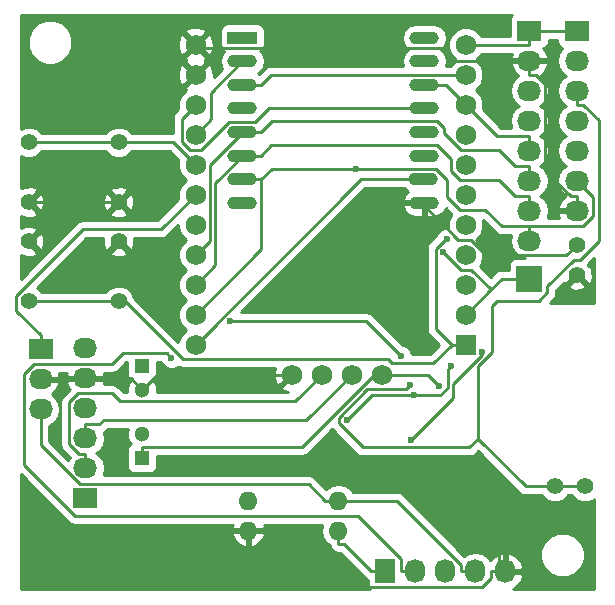
<source format=gbl>
G04 #@! TF.FileFunction,Copper,L2,Bot,Signal*
%FSLAX46Y46*%
G04 Gerber Fmt 4.6, Leading zero omitted, Abs format (unit mm)*
G04 Created by KiCad (PCBNEW (2015-08-08 BZR 6073)-product) date Wed 19 Aug 2015 12:39:56 CEST*
%MOMM*%
G01*
G04 APERTURE LIST*
%ADD10C,0.100000*%
%ADD11R,2.032000X1.727200*%
%ADD12O,2.032000X1.727200*%
%ADD13C,1.397000*%
%ADD14O,1.600000X1.600000*%
%ADD15R,2.500000X1.100000*%
%ADD16O,2.500000X1.100000*%
%ADD17R,1.727200X1.727200*%
%ADD18C,1.727200*%
%ADD19R,1.300000X1.300000*%
%ADD20C,1.300000*%
%ADD21R,1.727200X2.032000*%
%ADD22O,1.727200X2.032000*%
%ADD23R,2.235200X2.235200*%
%ADD24C,0.600000*%
%ADD25C,0.250000*%
%ADD26C,0.254000*%
G04 APERTURE END LIST*
D10*
D11*
X63800000Y-32000000D03*
D12*
X63800000Y-34540000D03*
X63800000Y-37080000D03*
X63800000Y-39620000D03*
X63800000Y-42160000D03*
X63800000Y-44700000D03*
X63800000Y-47240000D03*
X63800000Y-49780000D03*
D11*
X67800000Y-32000000D03*
D12*
X67800000Y-34540000D03*
X67800000Y-37080000D03*
X67800000Y-39620000D03*
X67800000Y-42160000D03*
X67800000Y-44700000D03*
X67800000Y-47240000D03*
D11*
X22400000Y-59000000D03*
D12*
X22400000Y-61540000D03*
X22400000Y-64080000D03*
D11*
X26200000Y-71600000D03*
D12*
X26200000Y-69060000D03*
X26200000Y-66520000D03*
X26200000Y-63980000D03*
X26200000Y-61440000D03*
X26200000Y-58900000D03*
D13*
X21390000Y-54940000D03*
X21390000Y-49860000D03*
X29010000Y-54940000D03*
X29010000Y-49860000D03*
X29010000Y-41460000D03*
X29010000Y-46540000D03*
X21390000Y-41460000D03*
X21390000Y-46540000D03*
D14*
X40000000Y-71800000D03*
X40000000Y-74340000D03*
X47620000Y-74340000D03*
X47620000Y-71800000D03*
D15*
X39500000Y-32600000D03*
D16*
X39500000Y-34600000D03*
X39500000Y-36600000D03*
X39500000Y-38600000D03*
X39500000Y-40600000D03*
X39500000Y-42600000D03*
X39500000Y-44600000D03*
X39500000Y-46600000D03*
X54900000Y-46600000D03*
X54800000Y-44600000D03*
X54900000Y-42600000D03*
X54900000Y-40600000D03*
X54900000Y-38600000D03*
X54900000Y-36600000D03*
X54900000Y-34600000D03*
X54900000Y-32600000D03*
D17*
X58400000Y-58600000D03*
D18*
X58400000Y-56060000D03*
X58400000Y-53520000D03*
X58400000Y-50980000D03*
X58400000Y-48440000D03*
X58400000Y-45900000D03*
X58400000Y-43360000D03*
X58400000Y-40820000D03*
X58400000Y-38280000D03*
X58400000Y-35740000D03*
X58400000Y-33200000D03*
X35540000Y-33200000D03*
X35540000Y-35740000D03*
X35540000Y-38280000D03*
X35540000Y-40820000D03*
X35540000Y-43360000D03*
X35540000Y-45900000D03*
X35540000Y-48440000D03*
X35540000Y-50980000D03*
X35540000Y-53520000D03*
X35540000Y-56060000D03*
X35540000Y-58600000D03*
X43668000Y-61140000D03*
X46208000Y-61140000D03*
X48748000Y-61140000D03*
X51288000Y-61140000D03*
D13*
X68470000Y-70600000D03*
X65930000Y-70600000D03*
X67800000Y-52670000D03*
X67800000Y-50130000D03*
D19*
X31000000Y-60400000D03*
D20*
X31000000Y-62400000D03*
D19*
X31000000Y-68200000D03*
D20*
X31000000Y-66200000D03*
D21*
X51600000Y-77800000D03*
D22*
X54140000Y-77800000D03*
X56680000Y-77800000D03*
X59220000Y-77800000D03*
X61760000Y-77800000D03*
D23*
X63800000Y-53000000D03*
D24*
X61450000Y-71606900D03*
X55349300Y-71843200D03*
X56125000Y-62098800D03*
X48345300Y-65000000D03*
X53998200Y-62873000D03*
X57177700Y-60380500D03*
X53691100Y-62049600D03*
X38481000Y-56595200D03*
X52927200Y-59532600D03*
X59763900Y-59195100D03*
X53800000Y-66660800D03*
X49097500Y-43709900D03*
X33480800Y-59732800D03*
X56804300Y-49621600D03*
X56475400Y-50749200D03*
D25*
X32260000Y-61140000D02*
X31000000Y-62400000D01*
X43668000Y-61140000D02*
X32260000Y-61140000D01*
X60571100Y-78320100D02*
X60571100Y-77800000D01*
X59745800Y-79145400D02*
X60571100Y-78320100D01*
X45930700Y-79145400D02*
X59745800Y-79145400D01*
X41125300Y-74340000D02*
X45930700Y-79145400D01*
X40000000Y-74340000D02*
X41125300Y-74340000D01*
X29010000Y-46540000D02*
X21390000Y-46540000D01*
X30040000Y-61440000D02*
X26200000Y-61440000D01*
X31000000Y-62400000D02*
X30040000Y-61440000D01*
X23841300Y-61440000D02*
X23741300Y-61540000D01*
X26200000Y-61440000D02*
X23841300Y-61440000D01*
X22400000Y-61540000D02*
X23741300Y-61540000D01*
X64320100Y-35728900D02*
X63800000Y-35728900D01*
X65151000Y-36559800D02*
X64320100Y-35728900D01*
X65151000Y-43922200D02*
X65151000Y-36559800D01*
X67279900Y-46051100D02*
X65151000Y-43922200D01*
X67800000Y-46051100D02*
X67279900Y-46051100D01*
X67800000Y-47240000D02*
X67800000Y-46051100D01*
X61760000Y-77800000D02*
X61247700Y-77800000D01*
X61247700Y-77800000D02*
X60571100Y-77800000D01*
X63800000Y-34658100D02*
X63800000Y-35728900D01*
X63800000Y-34658100D02*
X63800000Y-34551000D01*
X63800000Y-34540000D02*
X63800000Y-34551000D01*
X35815400Y-33475400D02*
X35540000Y-33200000D01*
X56447500Y-33475400D02*
X35815400Y-33475400D01*
X57523100Y-34551000D02*
X56447500Y-33475400D01*
X63800000Y-34551000D02*
X57523100Y-34551000D01*
X61247700Y-71843200D02*
X55349300Y-71843200D01*
X61247700Y-77800000D02*
X61247700Y-71843200D01*
X61247700Y-71809200D02*
X61450000Y-71606900D01*
X61247700Y-71843200D02*
X61247700Y-71809200D01*
X54667100Y-46600000D02*
X54200000Y-46600000D01*
X57777100Y-49710000D02*
X54667100Y-46600000D01*
X58846800Y-49710000D02*
X57777100Y-49710000D01*
X60153400Y-51016600D02*
X58846800Y-49710000D01*
X66913400Y-51016600D02*
X60153400Y-51016600D01*
X67800000Y-50130000D02*
X66913400Y-51016600D01*
X59220000Y-77800000D02*
X58031100Y-77800000D01*
X52551200Y-71800000D02*
X47620000Y-71800000D01*
X58031100Y-77279900D02*
X52551200Y-71800000D01*
X58031100Y-77800000D02*
X58031100Y-77279900D01*
X22400000Y-67100000D02*
X22400000Y-64080000D01*
X25711000Y-70411000D02*
X22400000Y-67100000D01*
X45105700Y-70411000D02*
X25711000Y-70411000D01*
X46494700Y-71800000D02*
X45105700Y-70411000D01*
X47620000Y-71800000D02*
X46494700Y-71800000D01*
X31000000Y-68200000D02*
X31000000Y-67224700D01*
X63788900Y-33200000D02*
X63800000Y-33188900D01*
X58400000Y-33200000D02*
X63788900Y-33200000D01*
X63800000Y-32000000D02*
X63800000Y-33188900D01*
X55166200Y-61140000D02*
X56125000Y-62098800D01*
X51288000Y-61140000D02*
X55166200Y-61140000D01*
X32603900Y-48836100D02*
X35540000Y-45900000D01*
X25972300Y-48836100D02*
X32603900Y-48836100D01*
X20335400Y-54473000D02*
X25972300Y-48836100D01*
X20335400Y-55746500D02*
X20335400Y-54473000D01*
X22400000Y-57811100D02*
X20335400Y-55746500D01*
X22400000Y-59000000D02*
X22400000Y-57811100D01*
X67800000Y-32000000D02*
X63800000Y-32000000D01*
X41950600Y-35724700D02*
X41075300Y-36600000D01*
X58384700Y-35724700D02*
X41950600Y-35724700D01*
X58400000Y-35740000D02*
X58384700Y-35724700D01*
X40200000Y-36600000D02*
X41075300Y-36600000D01*
X44566400Y-67224700D02*
X31000000Y-67224700D01*
X50651100Y-61140000D02*
X44566400Y-67224700D01*
X51288000Y-61140000D02*
X50651100Y-61140000D01*
X49540000Y-44600000D02*
X54200000Y-44600000D01*
X35540000Y-58600000D02*
X49540000Y-44600000D01*
X50472300Y-62873000D02*
X53998200Y-62873000D01*
X48345300Y-65000000D02*
X50472300Y-62873000D01*
X56862900Y-60695300D02*
X57177700Y-60380500D01*
X56862900Y-62275200D02*
X56862900Y-60695300D01*
X56265100Y-62873000D02*
X56862900Y-62275200D01*
X53998200Y-62873000D02*
X56265100Y-62873000D01*
X68470000Y-70600000D02*
X65930000Y-70600000D01*
X56720000Y-36600000D02*
X54200000Y-36600000D01*
X58400000Y-38280000D02*
X56720000Y-36600000D01*
X61091100Y-40971100D02*
X58400000Y-38280000D01*
X63800000Y-40971100D02*
X61091100Y-40971100D01*
X63800000Y-42160000D02*
X63800000Y-40971100D01*
X67800000Y-37080000D02*
X67800000Y-38268900D01*
X53358400Y-62382300D02*
X53691100Y-62049600D01*
X50045700Y-62382300D02*
X53358400Y-62382300D01*
X47660600Y-64767400D02*
X50045700Y-62382300D01*
X47660600Y-65271100D02*
X47660600Y-64767400D01*
X49675700Y-67286200D02*
X47660600Y-65271100D01*
X58695200Y-67286200D02*
X49675700Y-67286200D01*
X59436200Y-66545200D02*
X58695200Y-67286200D01*
X68320100Y-38268900D02*
X67800000Y-38268900D01*
X69664600Y-39613400D02*
X68320100Y-38268900D01*
X69664600Y-49788100D02*
X69664600Y-39613400D01*
X68052700Y-51400000D02*
X69664600Y-49788100D01*
X67589900Y-51400000D02*
X68052700Y-51400000D01*
X65323600Y-53666300D02*
X67589900Y-51400000D01*
X65323600Y-54178900D02*
X65323600Y-53666300D01*
X64627900Y-54874600D02*
X65323600Y-54178900D01*
X61040200Y-54874600D02*
X64627900Y-54874600D01*
X60614300Y-55300500D02*
X61040200Y-54874600D01*
X60614300Y-59240400D02*
X60614300Y-55300500D01*
X59436200Y-60418500D02*
X60614300Y-59240400D01*
X59436200Y-66545200D02*
X59436200Y-60418500D01*
X63491000Y-70600000D02*
X59436200Y-66545200D01*
X65930000Y-70600000D02*
X63491000Y-70600000D01*
X39555100Y-40600000D02*
X40200000Y-40600000D01*
X36729000Y-43426100D02*
X39555100Y-40600000D01*
X36729000Y-49791000D02*
X36729000Y-43426100D01*
X35540000Y-50980000D02*
X36729000Y-49791000D01*
X40200000Y-40600000D02*
X41075300Y-40600000D01*
X63800000Y-44700000D02*
X63800000Y-43511100D01*
X41988500Y-39686800D02*
X41075300Y-40600000D01*
X55984600Y-39686800D02*
X41988500Y-39686800D01*
X56592200Y-40294400D02*
X55984600Y-39686800D01*
X56592200Y-40697600D02*
X56592200Y-40294400D01*
X57984600Y-42090000D02*
X56592200Y-40697600D01*
X61190000Y-42090000D02*
X57984600Y-42090000D01*
X62611100Y-43511100D02*
X61190000Y-42090000D01*
X63800000Y-43511100D02*
X62611100Y-43511100D01*
X49989800Y-56595200D02*
X52927200Y-59532600D01*
X38481000Y-56595200D02*
X49989800Y-56595200D01*
X39507800Y-42600000D02*
X40200000Y-42600000D01*
X37179300Y-44928500D02*
X39507800Y-42600000D01*
X37179300Y-51880700D02*
X37179300Y-44928500D01*
X35540000Y-53520000D02*
X37179300Y-51880700D01*
X41950600Y-41724700D02*
X41075300Y-42600000D01*
X55989600Y-41724700D02*
X41950600Y-41724700D01*
X57158100Y-42893200D02*
X55989600Y-41724700D01*
X57158100Y-43870200D02*
X57158100Y-42893200D01*
X57917900Y-44630000D02*
X57158100Y-43870200D01*
X61190000Y-44630000D02*
X57917900Y-44630000D01*
X62611100Y-46051100D02*
X61190000Y-44630000D01*
X63800000Y-46051100D02*
X62611100Y-46051100D01*
X63800000Y-47240000D02*
X63800000Y-46051100D01*
X40200000Y-42600000D02*
X41075300Y-42600000D01*
X57313200Y-63147600D02*
X53800000Y-66660800D01*
X57313200Y-61904500D02*
X57313200Y-63147600D01*
X59763900Y-59453800D02*
X57313200Y-61904500D01*
X59763900Y-59195100D02*
X59763900Y-59453800D01*
X68290900Y-48591100D02*
X63800000Y-48591100D01*
X69169500Y-47712500D02*
X68290900Y-48591100D01*
X69169500Y-46069500D02*
X69169500Y-47712500D01*
X67800000Y-44700000D02*
X69169500Y-46069500D01*
X63800000Y-49780000D02*
X63800000Y-48591100D01*
X40200000Y-44600000D02*
X40962700Y-44600000D01*
X41075300Y-50524700D02*
X35540000Y-56060000D01*
X41075300Y-44600100D02*
X41075300Y-50524700D01*
X41075200Y-44600000D02*
X41075300Y-44600100D01*
X40962700Y-44600000D02*
X41075200Y-44600000D01*
X41965500Y-43709900D02*
X49097500Y-43709900D01*
X41075300Y-44600100D02*
X41965500Y-43709900D01*
X61468200Y-48591100D02*
X63800000Y-48591100D01*
X60047100Y-47170000D02*
X61468200Y-48591100D01*
X57900400Y-47170000D02*
X60047100Y-47170000D01*
X56843400Y-46113000D02*
X57900400Y-47170000D01*
X56843400Y-44671000D02*
X56843400Y-46113000D01*
X55882300Y-43709900D02*
X56843400Y-44671000D01*
X49097500Y-43709900D02*
X55882300Y-43709900D01*
X41712900Y-38600000D02*
X54200000Y-38600000D01*
X40588300Y-39724600D02*
X41712900Y-38600000D01*
X38364500Y-39724600D02*
X40588300Y-39724600D01*
X35999100Y-42090000D02*
X38364500Y-39724600D01*
X35026400Y-42090000D02*
X35999100Y-42090000D01*
X34347000Y-41410600D02*
X35026400Y-42090000D01*
X34347000Y-39473000D02*
X34347000Y-41410600D01*
X35540000Y-38280000D02*
X34347000Y-39473000D01*
X33080900Y-59332900D02*
X33480800Y-59732800D01*
X29353300Y-59332900D02*
X33080900Y-59332900D01*
X28435200Y-60251000D02*
X29353300Y-59332900D01*
X21849300Y-60251000D02*
X28435200Y-60251000D01*
X21036500Y-61063800D02*
X21849300Y-60251000D01*
X21036500Y-68813600D02*
X21036500Y-61063800D01*
X25292900Y-73070000D02*
X21036500Y-68813600D01*
X49261400Y-73070000D02*
X25292900Y-73070000D01*
X52951100Y-76759700D02*
X49261400Y-73070000D01*
X52951100Y-77800000D02*
X52951100Y-76759700D01*
X54140000Y-77800000D02*
X52951100Y-77800000D01*
X25679900Y-67871100D02*
X26200000Y-67871100D01*
X24849000Y-67040200D02*
X25679900Y-67871100D01*
X24849000Y-63464900D02*
X24849000Y-67040200D01*
X25603900Y-62710000D02*
X24849000Y-63464900D01*
X28458000Y-62710000D02*
X25603900Y-62710000D01*
X29123400Y-63375400D02*
X28458000Y-62710000D01*
X43972600Y-63375400D02*
X29123400Y-63375400D01*
X46208000Y-61140000D02*
X43972600Y-63375400D01*
X26200000Y-69060000D02*
X26200000Y-67871100D01*
X27388900Y-65331100D02*
X26200000Y-65331100D01*
X27738000Y-64982000D02*
X27388900Y-65331100D01*
X44906000Y-64982000D02*
X27738000Y-64982000D01*
X48748000Y-61140000D02*
X44906000Y-64982000D01*
X26200000Y-66520000D02*
X26200000Y-65331100D01*
X58400000Y-58600000D02*
X57211100Y-58600000D01*
X21390000Y-54940000D02*
X29010000Y-54940000D01*
X56690900Y-49621600D02*
X56804300Y-49621600D01*
X55850000Y-50462500D02*
X56690900Y-49621600D01*
X55850000Y-57238900D02*
X55850000Y-50462500D01*
X57211100Y-58600000D02*
X55850000Y-57238900D01*
X55653200Y-60157900D02*
X57211100Y-58600000D01*
X52136900Y-60157900D02*
X55653200Y-60157900D01*
X51804800Y-59825800D02*
X52136900Y-60157900D01*
X34458200Y-59825800D02*
X51804800Y-59825800D01*
X29572400Y-54940000D02*
X34458200Y-59825800D01*
X29010000Y-54940000D02*
X29572400Y-54940000D01*
X33640000Y-41460000D02*
X29010000Y-41460000D01*
X35540000Y-43360000D02*
X33640000Y-41460000D01*
X21390000Y-41460000D02*
X29010000Y-41460000D01*
X39500000Y-34600000D02*
X40200000Y-34600000D01*
X36835600Y-37264400D02*
X39500000Y-34600000D01*
X36835600Y-39524400D02*
X36835600Y-37264400D01*
X35540000Y-40820000D02*
X36835600Y-39524400D01*
X57976200Y-52250000D02*
X56475400Y-50749200D01*
X58883400Y-52250000D02*
X57976200Y-52250000D01*
X60546700Y-53913300D02*
X58883400Y-52250000D01*
X61460000Y-53000000D02*
X60546700Y-53913300D01*
X63800000Y-53000000D02*
X61460000Y-53000000D01*
X60546700Y-53913300D02*
X58400000Y-56060000D01*
X48076400Y-75465300D02*
X47620000Y-75465300D01*
X50411100Y-77800000D02*
X48076400Y-75465300D01*
X51600000Y-77800000D02*
X50411100Y-77800000D01*
X47620000Y-74340000D02*
X47620000Y-75465300D01*
D26*
G36*
X29702378Y-66019078D02*
X29731917Y-66529428D01*
X29870389Y-66863729D01*
X30100982Y-66919410D01*
X29999320Y-67021072D01*
X29898559Y-67085910D01*
X29753569Y-67298110D01*
X29702560Y-67550000D01*
X29702560Y-68850000D01*
X29746838Y-69085317D01*
X29885910Y-69301441D01*
X30098110Y-69446431D01*
X30350000Y-69497440D01*
X31650000Y-69497440D01*
X31885317Y-69453162D01*
X32101441Y-69314090D01*
X32246431Y-69101890D01*
X32297440Y-68850000D01*
X32297440Y-67984700D01*
X44566400Y-67984700D01*
X44857239Y-67926848D01*
X45103801Y-67762101D01*
X47096844Y-65769058D01*
X47123199Y-65808501D01*
X49138299Y-67823601D01*
X49384861Y-67988348D01*
X49675700Y-68046200D01*
X58695200Y-68046200D01*
X58986039Y-67988348D01*
X59232601Y-67823601D01*
X59436200Y-67620002D01*
X62953599Y-71137401D01*
X63200161Y-71302148D01*
X63491000Y-71360000D01*
X64804464Y-71360000D01*
X65173647Y-71729827D01*
X65663587Y-71933268D01*
X66194086Y-71933731D01*
X66684380Y-71731146D01*
X67056174Y-71360000D01*
X67344464Y-71360000D01*
X67713647Y-71729827D01*
X68203587Y-71933268D01*
X68734086Y-71933731D01*
X69224380Y-71731146D01*
X69290000Y-71665640D01*
X69290000Y-79290000D01*
X62372922Y-79290000D01*
X62662036Y-79150732D01*
X63051954Y-78714320D01*
X63245184Y-78161913D01*
X63100924Y-77927000D01*
X61887000Y-77927000D01*
X61887000Y-77947000D01*
X61633000Y-77947000D01*
X61633000Y-77927000D01*
X61613000Y-77927000D01*
X61613000Y-77673000D01*
X61633000Y-77673000D01*
X61633000Y-76313783D01*
X61887000Y-76313783D01*
X61887000Y-77673000D01*
X63100924Y-77673000D01*
X63245184Y-77438087D01*
X63051954Y-76885680D01*
X62951552Y-76773305D01*
X64714674Y-76773305D01*
X65001043Y-77466372D01*
X65530839Y-77997093D01*
X66223405Y-78284672D01*
X66973305Y-78285326D01*
X67666372Y-77998957D01*
X68197093Y-77469161D01*
X68484672Y-76776595D01*
X68485326Y-76026695D01*
X68198957Y-75333628D01*
X67669161Y-74802907D01*
X66976595Y-74515328D01*
X66226695Y-74514674D01*
X65533628Y-74801043D01*
X65002907Y-75330839D01*
X64715328Y-76023405D01*
X64714674Y-76773305D01*
X62951552Y-76773305D01*
X62662036Y-76449268D01*
X62134791Y-76195291D01*
X62119026Y-76192642D01*
X61887000Y-76313783D01*
X61633000Y-76313783D01*
X61400974Y-76192642D01*
X61385209Y-76195291D01*
X60857964Y-76449268D01*
X60486461Y-76865069D01*
X60279670Y-76555585D01*
X59793489Y-76230729D01*
X59220000Y-76116655D01*
X58646511Y-76230729D01*
X58292964Y-76466962D01*
X53088601Y-71262599D01*
X52842039Y-71097852D01*
X52551200Y-71040000D01*
X48832995Y-71040000D01*
X48662811Y-70785302D01*
X48197264Y-70474233D01*
X47648113Y-70365000D01*
X47591887Y-70365000D01*
X47042736Y-70474233D01*
X46577189Y-70785302D01*
X46568223Y-70798721D01*
X45643101Y-69873599D01*
X45396539Y-69708852D01*
X45105700Y-69651000D01*
X27757571Y-69651000D01*
X27769271Y-69633489D01*
X27883345Y-69060000D01*
X27769271Y-68486511D01*
X27444415Y-68000330D01*
X27129634Y-67790000D01*
X27444415Y-67579670D01*
X27769271Y-67093489D01*
X27883345Y-66520000D01*
X27773996Y-65970267D01*
X27926301Y-65868501D01*
X28052802Y-65742000D01*
X29798798Y-65742000D01*
X29702378Y-66019078D01*
X29702378Y-66019078D01*
G37*
X29702378Y-66019078D02*
X29731917Y-66529428D01*
X29870389Y-66863729D01*
X30100982Y-66919410D01*
X29999320Y-67021072D01*
X29898559Y-67085910D01*
X29753569Y-67298110D01*
X29702560Y-67550000D01*
X29702560Y-68850000D01*
X29746838Y-69085317D01*
X29885910Y-69301441D01*
X30098110Y-69446431D01*
X30350000Y-69497440D01*
X31650000Y-69497440D01*
X31885317Y-69453162D01*
X32101441Y-69314090D01*
X32246431Y-69101890D01*
X32297440Y-68850000D01*
X32297440Y-67984700D01*
X44566400Y-67984700D01*
X44857239Y-67926848D01*
X45103801Y-67762101D01*
X47096844Y-65769058D01*
X47123199Y-65808501D01*
X49138299Y-67823601D01*
X49384861Y-67988348D01*
X49675700Y-68046200D01*
X58695200Y-68046200D01*
X58986039Y-67988348D01*
X59232601Y-67823601D01*
X59436200Y-67620002D01*
X62953599Y-71137401D01*
X63200161Y-71302148D01*
X63491000Y-71360000D01*
X64804464Y-71360000D01*
X65173647Y-71729827D01*
X65663587Y-71933268D01*
X66194086Y-71933731D01*
X66684380Y-71731146D01*
X67056174Y-71360000D01*
X67344464Y-71360000D01*
X67713647Y-71729827D01*
X68203587Y-71933268D01*
X68734086Y-71933731D01*
X69224380Y-71731146D01*
X69290000Y-71665640D01*
X69290000Y-79290000D01*
X62372922Y-79290000D01*
X62662036Y-79150732D01*
X63051954Y-78714320D01*
X63245184Y-78161913D01*
X63100924Y-77927000D01*
X61887000Y-77927000D01*
X61887000Y-77947000D01*
X61633000Y-77947000D01*
X61633000Y-77927000D01*
X61613000Y-77927000D01*
X61613000Y-77673000D01*
X61633000Y-77673000D01*
X61633000Y-76313783D01*
X61887000Y-76313783D01*
X61887000Y-77673000D01*
X63100924Y-77673000D01*
X63245184Y-77438087D01*
X63051954Y-76885680D01*
X62951552Y-76773305D01*
X64714674Y-76773305D01*
X65001043Y-77466372D01*
X65530839Y-77997093D01*
X66223405Y-78284672D01*
X66973305Y-78285326D01*
X67666372Y-77998957D01*
X68197093Y-77469161D01*
X68484672Y-76776595D01*
X68485326Y-76026695D01*
X68198957Y-75333628D01*
X67669161Y-74802907D01*
X66976595Y-74515328D01*
X66226695Y-74514674D01*
X65533628Y-74801043D01*
X65002907Y-75330839D01*
X64715328Y-76023405D01*
X64714674Y-76773305D01*
X62951552Y-76773305D01*
X62662036Y-76449268D01*
X62134791Y-76195291D01*
X62119026Y-76192642D01*
X61887000Y-76313783D01*
X61633000Y-76313783D01*
X61400974Y-76192642D01*
X61385209Y-76195291D01*
X60857964Y-76449268D01*
X60486461Y-76865069D01*
X60279670Y-76555585D01*
X59793489Y-76230729D01*
X59220000Y-76116655D01*
X58646511Y-76230729D01*
X58292964Y-76466962D01*
X53088601Y-71262599D01*
X52842039Y-71097852D01*
X52551200Y-71040000D01*
X48832995Y-71040000D01*
X48662811Y-70785302D01*
X48197264Y-70474233D01*
X47648113Y-70365000D01*
X47591887Y-70365000D01*
X47042736Y-70474233D01*
X46577189Y-70785302D01*
X46568223Y-70798721D01*
X45643101Y-69873599D01*
X45396539Y-69708852D01*
X45105700Y-69651000D01*
X27757571Y-69651000D01*
X27769271Y-69633489D01*
X27883345Y-69060000D01*
X27769271Y-68486511D01*
X27444415Y-68000330D01*
X27129634Y-67790000D01*
X27444415Y-67579670D01*
X27769271Y-67093489D01*
X27883345Y-66520000D01*
X27773996Y-65970267D01*
X27926301Y-65868501D01*
X28052802Y-65742000D01*
X29798798Y-65742000D01*
X29702378Y-66019078D01*
G36*
X24755499Y-73607401D02*
X25002061Y-73772148D01*
X25292900Y-73830000D01*
X38674764Y-73830000D01*
X38608096Y-73990961D01*
X38730085Y-74213000D01*
X39873000Y-74213000D01*
X39873000Y-74193000D01*
X40127000Y-74193000D01*
X40127000Y-74213000D01*
X41269915Y-74213000D01*
X41391904Y-73990961D01*
X41325236Y-73830000D01*
X46258332Y-73830000D01*
X46156887Y-74340000D01*
X46266120Y-74889151D01*
X46577189Y-75354698D01*
X46877978Y-75555679D01*
X46917852Y-75756139D01*
X47082599Y-76002701D01*
X47329161Y-76167448D01*
X47620000Y-76225300D01*
X47761598Y-76225300D01*
X49873699Y-78337401D01*
X50088960Y-78481234D01*
X50088960Y-78816000D01*
X50133238Y-79051317D01*
X50272310Y-79267441D01*
X50305326Y-79290000D01*
X20710000Y-79290000D01*
X20710000Y-74689039D01*
X38608096Y-74689039D01*
X38768959Y-75077423D01*
X39144866Y-75492389D01*
X39650959Y-75731914D01*
X39873000Y-75610629D01*
X39873000Y-74467000D01*
X40127000Y-74467000D01*
X40127000Y-75610629D01*
X40349041Y-75731914D01*
X40855134Y-75492389D01*
X41231041Y-75077423D01*
X41391904Y-74689039D01*
X41269915Y-74467000D01*
X40127000Y-74467000D01*
X39873000Y-74467000D01*
X38730085Y-74467000D01*
X38608096Y-74689039D01*
X20710000Y-74689039D01*
X20710000Y-69561902D01*
X24755499Y-73607401D01*
X24755499Y-73607401D01*
G37*
X24755499Y-73607401D02*
X25002061Y-73772148D01*
X25292900Y-73830000D01*
X38674764Y-73830000D01*
X38608096Y-73990961D01*
X38730085Y-74213000D01*
X39873000Y-74213000D01*
X39873000Y-74193000D01*
X40127000Y-74193000D01*
X40127000Y-74213000D01*
X41269915Y-74213000D01*
X41391904Y-73990961D01*
X41325236Y-73830000D01*
X46258332Y-73830000D01*
X46156887Y-74340000D01*
X46266120Y-74889151D01*
X46577189Y-75354698D01*
X46877978Y-75555679D01*
X46917852Y-75756139D01*
X47082599Y-76002701D01*
X47329161Y-76167448D01*
X47620000Y-76225300D01*
X47761598Y-76225300D01*
X49873699Y-78337401D01*
X50088960Y-78481234D01*
X50088960Y-78816000D01*
X50133238Y-79051317D01*
X50272310Y-79267441D01*
X50305326Y-79290000D01*
X20710000Y-79290000D01*
X20710000Y-74689039D01*
X38608096Y-74689039D01*
X38768959Y-75077423D01*
X39144866Y-75492389D01*
X39650959Y-75731914D01*
X39873000Y-75610629D01*
X39873000Y-74467000D01*
X40127000Y-74467000D01*
X40127000Y-75610629D01*
X40349041Y-75731914D01*
X40855134Y-75492389D01*
X41231041Y-75077423D01*
X41391904Y-74689039D01*
X41269915Y-74467000D01*
X40127000Y-74467000D01*
X39873000Y-74467000D01*
X38730085Y-74467000D01*
X38608096Y-74689039D01*
X20710000Y-74689039D01*
X20710000Y-69561902D01*
X24755499Y-73607401D01*
G36*
X29702560Y-61050000D02*
X29746838Y-61285317D01*
X29885910Y-61501441D01*
X29999329Y-61578937D01*
X30100982Y-61680590D01*
X29870389Y-61736271D01*
X29702378Y-62219078D01*
X29725317Y-62615400D01*
X29438202Y-62615400D01*
X28995401Y-62172599D01*
X28748839Y-62007852D01*
X28458000Y-61950000D01*
X27739578Y-61950000D01*
X27804709Y-61814791D01*
X27807358Y-61799026D01*
X27686217Y-61567000D01*
X26327000Y-61567000D01*
X26327000Y-61587000D01*
X26073000Y-61587000D01*
X26073000Y-61567000D01*
X24713783Y-61567000D01*
X24592642Y-61799026D01*
X24595291Y-61814791D01*
X24849268Y-62342036D01*
X24874510Y-62364588D01*
X24311599Y-62927499D01*
X24146852Y-63174061D01*
X24089000Y-63464900D01*
X24089000Y-67040200D01*
X24146852Y-67331039D01*
X24311599Y-67577601D01*
X24866962Y-68132964D01*
X24723088Y-68348286D01*
X23160000Y-66785198D01*
X23160000Y-65463346D01*
X23644415Y-65139670D01*
X23969271Y-64653489D01*
X24083345Y-64080000D01*
X23969271Y-63506511D01*
X23644415Y-63020330D01*
X23334931Y-62813539D01*
X23750732Y-62442036D01*
X24004709Y-61914791D01*
X24007358Y-61899026D01*
X23886217Y-61667000D01*
X22527000Y-61667000D01*
X22527000Y-61687000D01*
X22273000Y-61687000D01*
X22273000Y-61667000D01*
X22253000Y-61667000D01*
X22253000Y-61413000D01*
X22273000Y-61413000D01*
X22273000Y-61393000D01*
X22527000Y-61393000D01*
X22527000Y-61413000D01*
X23886217Y-61413000D01*
X24007358Y-61180974D01*
X24004709Y-61165209D01*
X23930426Y-61011000D01*
X24621404Y-61011000D01*
X24595291Y-61065209D01*
X24592642Y-61080974D01*
X24713783Y-61313000D01*
X26073000Y-61313000D01*
X26073000Y-61293000D01*
X26327000Y-61293000D01*
X26327000Y-61313000D01*
X27686217Y-61313000D01*
X27807358Y-61080974D01*
X27804709Y-61065209D01*
X27778596Y-61011000D01*
X28435200Y-61011000D01*
X28726039Y-60953148D01*
X28972601Y-60788401D01*
X29668102Y-60092900D01*
X29702560Y-60092900D01*
X29702560Y-61050000D01*
X29702560Y-61050000D01*
G37*
X29702560Y-61050000D02*
X29746838Y-61285317D01*
X29885910Y-61501441D01*
X29999329Y-61578937D01*
X30100982Y-61680590D01*
X29870389Y-61736271D01*
X29702378Y-62219078D01*
X29725317Y-62615400D01*
X29438202Y-62615400D01*
X28995401Y-62172599D01*
X28748839Y-62007852D01*
X28458000Y-61950000D01*
X27739578Y-61950000D01*
X27804709Y-61814791D01*
X27807358Y-61799026D01*
X27686217Y-61567000D01*
X26327000Y-61567000D01*
X26327000Y-61587000D01*
X26073000Y-61587000D01*
X26073000Y-61567000D01*
X24713783Y-61567000D01*
X24592642Y-61799026D01*
X24595291Y-61814791D01*
X24849268Y-62342036D01*
X24874510Y-62364588D01*
X24311599Y-62927499D01*
X24146852Y-63174061D01*
X24089000Y-63464900D01*
X24089000Y-67040200D01*
X24146852Y-67331039D01*
X24311599Y-67577601D01*
X24866962Y-68132964D01*
X24723088Y-68348286D01*
X23160000Y-66785198D01*
X23160000Y-65463346D01*
X23644415Y-65139670D01*
X23969271Y-64653489D01*
X24083345Y-64080000D01*
X23969271Y-63506511D01*
X23644415Y-63020330D01*
X23334931Y-62813539D01*
X23750732Y-62442036D01*
X24004709Y-61914791D01*
X24007358Y-61899026D01*
X23886217Y-61667000D01*
X22527000Y-61667000D01*
X22527000Y-61687000D01*
X22273000Y-61687000D01*
X22273000Y-61667000D01*
X22253000Y-61667000D01*
X22253000Y-61413000D01*
X22273000Y-61413000D01*
X22273000Y-61393000D01*
X22527000Y-61393000D01*
X22527000Y-61413000D01*
X23886217Y-61413000D01*
X24007358Y-61180974D01*
X24004709Y-61165209D01*
X23930426Y-61011000D01*
X24621404Y-61011000D01*
X24595291Y-61065209D01*
X24592642Y-61080974D01*
X24713783Y-61313000D01*
X26073000Y-61313000D01*
X26073000Y-61293000D01*
X26327000Y-61293000D01*
X26327000Y-61313000D01*
X27686217Y-61313000D01*
X27807358Y-61080974D01*
X27804709Y-61065209D01*
X27778596Y-61011000D01*
X28435200Y-61011000D01*
X28726039Y-60953148D01*
X28972601Y-60788401D01*
X29668102Y-60092900D01*
X29702560Y-60092900D01*
X29702560Y-61050000D01*
G36*
X31193748Y-66185858D02*
X31179605Y-66200000D01*
X31193748Y-66214143D01*
X31014143Y-66393748D01*
X31000000Y-66379605D01*
X30985858Y-66393748D01*
X30806252Y-66214142D01*
X30820395Y-66200000D01*
X30806252Y-66185858D01*
X30985858Y-66006253D01*
X31000000Y-66020395D01*
X31014143Y-66006253D01*
X31193748Y-66185858D01*
X31193748Y-66185858D01*
G37*
X31193748Y-66185858D02*
X31179605Y-66200000D01*
X31193748Y-66214143D01*
X31014143Y-66393748D01*
X31000000Y-66379605D01*
X30985858Y-66393748D01*
X30806252Y-66214142D01*
X30820395Y-66200000D01*
X30806252Y-66185858D01*
X30985858Y-66006253D01*
X31000000Y-66020395D01*
X31014143Y-66006253D01*
X31193748Y-66185858D01*
G36*
X32687683Y-60261743D02*
X32950473Y-60524992D01*
X33294001Y-60667638D01*
X33665967Y-60667962D01*
X34009743Y-60525917D01*
X34071723Y-60464045D01*
X34167361Y-60527948D01*
X34458200Y-60585800D01*
X42274921Y-60585800D01*
X42157752Y-60908030D01*
X42183942Y-61503635D01*
X42361484Y-61932259D01*
X42614195Y-62014200D01*
X43488395Y-61140000D01*
X43474253Y-61125858D01*
X43653858Y-60946253D01*
X43668000Y-60960395D01*
X43682143Y-60946253D01*
X43861748Y-61125858D01*
X43847605Y-61140000D01*
X43861748Y-61154143D01*
X43682143Y-61333748D01*
X43668000Y-61319605D01*
X42793800Y-62193805D01*
X42875741Y-62446516D01*
X43340194Y-62615400D01*
X32285624Y-62615400D01*
X32297622Y-62580922D01*
X32268083Y-62070572D01*
X32129611Y-61736271D01*
X31899018Y-61680590D01*
X32000680Y-61578928D01*
X32101441Y-61514090D01*
X32246431Y-61301890D01*
X32297440Y-61050000D01*
X32297440Y-60092900D01*
X32617919Y-60092900D01*
X32687683Y-60261743D01*
X32687683Y-60261743D01*
G37*
X32687683Y-60261743D02*
X32950473Y-60524992D01*
X33294001Y-60667638D01*
X33665967Y-60667962D01*
X34009743Y-60525917D01*
X34071723Y-60464045D01*
X34167361Y-60527948D01*
X34458200Y-60585800D01*
X42274921Y-60585800D01*
X42157752Y-60908030D01*
X42183942Y-61503635D01*
X42361484Y-61932259D01*
X42614195Y-62014200D01*
X43488395Y-61140000D01*
X43474253Y-61125858D01*
X43653858Y-60946253D01*
X43668000Y-60960395D01*
X43682143Y-60946253D01*
X43861748Y-61125858D01*
X43847605Y-61140000D01*
X43861748Y-61154143D01*
X43682143Y-61333748D01*
X43668000Y-61319605D01*
X42793800Y-62193805D01*
X42875741Y-62446516D01*
X43340194Y-62615400D01*
X32285624Y-62615400D01*
X32297622Y-62580922D01*
X32268083Y-62070572D01*
X32129611Y-61736271D01*
X31899018Y-61680590D01*
X32000680Y-61578928D01*
X32101441Y-61514090D01*
X32246431Y-61301890D01*
X32297440Y-61050000D01*
X32297440Y-60092900D01*
X32617919Y-60092900D01*
X32687683Y-60261743D01*
G36*
X31193748Y-62385858D02*
X31179605Y-62400000D01*
X31193748Y-62414143D01*
X31014143Y-62593748D01*
X31000000Y-62579605D01*
X30985858Y-62593748D01*
X30806253Y-62414143D01*
X30820395Y-62400000D01*
X30806252Y-62385858D01*
X30985858Y-62206252D01*
X31000000Y-62220395D01*
X31014142Y-62206252D01*
X31193748Y-62385858D01*
X31193748Y-62385858D01*
G37*
X31193748Y-62385858D02*
X31179605Y-62400000D01*
X31193748Y-62414143D01*
X31014143Y-62593748D01*
X31000000Y-62579605D01*
X30985858Y-62593748D01*
X30806253Y-62414143D01*
X30820395Y-62400000D01*
X30806252Y-62385858D01*
X30985858Y-62206252D01*
X31000000Y-62220395D01*
X31014142Y-62206252D01*
X31193748Y-62385858D01*
G36*
X53225149Y-45437922D02*
X53526691Y-45639405D01*
X53272276Y-45851882D01*
X53056602Y-46263854D01*
X53056197Y-46290256D01*
X53181639Y-46473000D01*
X54773000Y-46473000D01*
X54773000Y-46453000D01*
X55027000Y-46453000D01*
X55027000Y-46473000D01*
X55047000Y-46473000D01*
X55047000Y-46727000D01*
X55027000Y-46727000D01*
X55027000Y-47785000D01*
X55727000Y-47785000D01*
X56170813Y-47646196D01*
X56527724Y-47348118D01*
X56691286Y-47035688D01*
X57187996Y-47532398D01*
X57130290Y-47590003D01*
X56901661Y-48140602D01*
X56901185Y-48686684D01*
X56619133Y-48686438D01*
X56275357Y-48828483D01*
X56012108Y-49091273D01*
X55916730Y-49320968D01*
X55312599Y-49925099D01*
X55147852Y-50171661D01*
X55090000Y-50462500D01*
X55090000Y-57238900D01*
X55147852Y-57529739D01*
X55312599Y-57776301D01*
X56136298Y-58600000D01*
X55338398Y-59397900D01*
X53862318Y-59397900D01*
X53862362Y-59347433D01*
X53720317Y-59003657D01*
X53457527Y-58740408D01*
X53113999Y-58597762D01*
X53067123Y-58597721D01*
X50527201Y-56057799D01*
X50280639Y-55893052D01*
X49989800Y-55835200D01*
X39379602Y-55835200D01*
X48305058Y-46909744D01*
X53056197Y-46909744D01*
X53056602Y-46936146D01*
X53272276Y-47348118D01*
X53629187Y-47646196D01*
X54073000Y-47785000D01*
X54773000Y-47785000D01*
X54773000Y-46727000D01*
X53181639Y-46727000D01*
X53056197Y-46909744D01*
X48305058Y-46909744D01*
X49854802Y-45360000D01*
X53173083Y-45360000D01*
X53225149Y-45437922D01*
X53225149Y-45437922D01*
G37*
X53225149Y-45437922D02*
X53526691Y-45639405D01*
X53272276Y-45851882D01*
X53056602Y-46263854D01*
X53056197Y-46290256D01*
X53181639Y-46473000D01*
X54773000Y-46473000D01*
X54773000Y-46453000D01*
X55027000Y-46453000D01*
X55027000Y-46473000D01*
X55047000Y-46473000D01*
X55047000Y-46727000D01*
X55027000Y-46727000D01*
X55027000Y-47785000D01*
X55727000Y-47785000D01*
X56170813Y-47646196D01*
X56527724Y-47348118D01*
X56691286Y-47035688D01*
X57187996Y-47532398D01*
X57130290Y-47590003D01*
X56901661Y-48140602D01*
X56901185Y-48686684D01*
X56619133Y-48686438D01*
X56275357Y-48828483D01*
X56012108Y-49091273D01*
X55916730Y-49320968D01*
X55312599Y-49925099D01*
X55147852Y-50171661D01*
X55090000Y-50462500D01*
X55090000Y-57238900D01*
X55147852Y-57529739D01*
X55312599Y-57776301D01*
X56136298Y-58600000D01*
X55338398Y-59397900D01*
X53862318Y-59397900D01*
X53862362Y-59347433D01*
X53720317Y-59003657D01*
X53457527Y-58740408D01*
X53113999Y-58597762D01*
X53067123Y-58597721D01*
X50527201Y-56057799D01*
X50280639Y-55893052D01*
X49989800Y-55835200D01*
X39379602Y-55835200D01*
X48305058Y-46909744D01*
X53056197Y-46909744D01*
X53056602Y-46936146D01*
X53272276Y-47348118D01*
X53629187Y-47646196D01*
X54073000Y-47785000D01*
X54773000Y-47785000D01*
X54773000Y-46727000D01*
X53181639Y-46727000D01*
X53056197Y-46909744D01*
X48305058Y-46909744D01*
X49854802Y-45360000D01*
X53173083Y-45360000D01*
X53225149Y-45437922D01*
G36*
X34041141Y-48736782D02*
X34268808Y-49287780D01*
X34690003Y-49709710D01*
X34690931Y-49710095D01*
X34270290Y-50130003D01*
X34041661Y-50680602D01*
X34041141Y-51276782D01*
X34268808Y-51827780D01*
X34690003Y-52249710D01*
X34690931Y-52250095D01*
X34270290Y-52670003D01*
X34041661Y-53220602D01*
X34041141Y-53816782D01*
X34268808Y-54367780D01*
X34690003Y-54789710D01*
X34690931Y-54790095D01*
X34270290Y-55210003D01*
X34041661Y-55760602D01*
X34041141Y-56356782D01*
X34268808Y-56907780D01*
X34690003Y-57329710D01*
X34690931Y-57330095D01*
X34270290Y-57750003D01*
X34041661Y-58300602D01*
X34041631Y-58334429D01*
X30315999Y-54608797D01*
X30141146Y-54185620D01*
X29766353Y-53810173D01*
X29276413Y-53606732D01*
X28745914Y-53606269D01*
X28255620Y-53808854D01*
X27883826Y-54180000D01*
X22515536Y-54180000D01*
X22146353Y-53810173D01*
X22094543Y-53788659D01*
X25089014Y-50794188D01*
X28255417Y-50794188D01*
X28317071Y-51029800D01*
X28817480Y-51205927D01*
X29347199Y-51177148D01*
X29702929Y-51029800D01*
X29764583Y-50794188D01*
X29010000Y-50039605D01*
X28255417Y-50794188D01*
X25089014Y-50794188D01*
X26287102Y-49596100D01*
X27689196Y-49596100D01*
X27664073Y-49667480D01*
X27692852Y-50197199D01*
X27840200Y-50552929D01*
X28075812Y-50614583D01*
X28830395Y-49860000D01*
X28816253Y-49845858D01*
X28995858Y-49666253D01*
X29010000Y-49680395D01*
X29024143Y-49666253D01*
X29203748Y-49845858D01*
X29189605Y-49860000D01*
X29944188Y-50614583D01*
X30179800Y-50552929D01*
X30355927Y-50052520D01*
X30331130Y-49596100D01*
X32603900Y-49596100D01*
X32894739Y-49538248D01*
X33141301Y-49373501D01*
X34041371Y-48473431D01*
X34041141Y-48736782D01*
X34041141Y-48736782D01*
G37*
X34041141Y-48736782D02*
X34268808Y-49287780D01*
X34690003Y-49709710D01*
X34690931Y-49710095D01*
X34270290Y-50130003D01*
X34041661Y-50680602D01*
X34041141Y-51276782D01*
X34268808Y-51827780D01*
X34690003Y-52249710D01*
X34690931Y-52250095D01*
X34270290Y-52670003D01*
X34041661Y-53220602D01*
X34041141Y-53816782D01*
X34268808Y-54367780D01*
X34690003Y-54789710D01*
X34690931Y-54790095D01*
X34270290Y-55210003D01*
X34041661Y-55760602D01*
X34041141Y-56356782D01*
X34268808Y-56907780D01*
X34690003Y-57329710D01*
X34690931Y-57330095D01*
X34270290Y-57750003D01*
X34041661Y-58300602D01*
X34041631Y-58334429D01*
X30315999Y-54608797D01*
X30141146Y-54185620D01*
X29766353Y-53810173D01*
X29276413Y-53606732D01*
X28745914Y-53606269D01*
X28255620Y-53808854D01*
X27883826Y-54180000D01*
X22515536Y-54180000D01*
X22146353Y-53810173D01*
X22094543Y-53788659D01*
X25089014Y-50794188D01*
X28255417Y-50794188D01*
X28317071Y-51029800D01*
X28817480Y-51205927D01*
X29347199Y-51177148D01*
X29702929Y-51029800D01*
X29764583Y-50794188D01*
X29010000Y-50039605D01*
X28255417Y-50794188D01*
X25089014Y-50794188D01*
X26287102Y-49596100D01*
X27689196Y-49596100D01*
X27664073Y-49667480D01*
X27692852Y-50197199D01*
X27840200Y-50552929D01*
X28075812Y-50614583D01*
X28830395Y-49860000D01*
X28816253Y-49845858D01*
X28995858Y-49666253D01*
X29010000Y-49680395D01*
X29024143Y-49666253D01*
X29203748Y-49845858D01*
X29189605Y-49860000D01*
X29944188Y-50614583D01*
X30179800Y-50552929D01*
X30355927Y-50052520D01*
X30331130Y-49596100D01*
X32603900Y-49596100D01*
X32894739Y-49538248D01*
X33141301Y-49373501D01*
X34041371Y-48473431D01*
X34041141Y-48736782D01*
G36*
X69290000Y-55073000D02*
X65504302Y-55073000D01*
X65861001Y-54716301D01*
X66025748Y-54469740D01*
X66083600Y-54178900D01*
X66083600Y-53981102D01*
X66460514Y-53604188D01*
X67045417Y-53604188D01*
X67107071Y-53839800D01*
X67607480Y-54015927D01*
X68137199Y-53987148D01*
X68492929Y-53839800D01*
X68554583Y-53604188D01*
X67800000Y-52849605D01*
X67045417Y-53604188D01*
X66460514Y-53604188D01*
X66686929Y-53377773D01*
X66865812Y-53424583D01*
X67620395Y-52670000D01*
X67606253Y-52655858D01*
X67785858Y-52476253D01*
X67800000Y-52490395D01*
X67814143Y-52476253D01*
X67993748Y-52655858D01*
X67979605Y-52670000D01*
X68734188Y-53424583D01*
X68969800Y-53362929D01*
X69145927Y-52862520D01*
X69117148Y-52332801D01*
X68969800Y-51977071D01*
X68734190Y-51915418D01*
X68849445Y-51800163D01*
X68788392Y-51739110D01*
X69290000Y-51237502D01*
X69290000Y-55073000D01*
X69290000Y-55073000D01*
G37*
X69290000Y-55073000D02*
X65504302Y-55073000D01*
X65861001Y-54716301D01*
X66025748Y-54469740D01*
X66083600Y-54178900D01*
X66083600Y-53981102D01*
X66460514Y-53604188D01*
X67045417Y-53604188D01*
X67107071Y-53839800D01*
X67607480Y-54015927D01*
X68137199Y-53987148D01*
X68492929Y-53839800D01*
X68554583Y-53604188D01*
X67800000Y-52849605D01*
X67045417Y-53604188D01*
X66460514Y-53604188D01*
X66686929Y-53377773D01*
X66865812Y-53424583D01*
X67620395Y-52670000D01*
X67606253Y-52655858D01*
X67785858Y-52476253D01*
X67800000Y-52490395D01*
X67814143Y-52476253D01*
X67993748Y-52655858D01*
X67979605Y-52670000D01*
X68734188Y-53424583D01*
X68969800Y-53362929D01*
X69145927Y-52862520D01*
X69117148Y-52332801D01*
X68969800Y-51977071D01*
X68734190Y-51915418D01*
X68849445Y-51800163D01*
X68788392Y-51739110D01*
X69290000Y-51237502D01*
X69290000Y-55073000D01*
G36*
X28253647Y-42589827D02*
X28743587Y-42793268D01*
X29274086Y-42793731D01*
X29764380Y-42591146D01*
X30136174Y-42220000D01*
X33325198Y-42220000D01*
X34078084Y-42972886D01*
X34041661Y-43060602D01*
X34041141Y-43656782D01*
X34268808Y-44207780D01*
X34690003Y-44629710D01*
X34690931Y-44630095D01*
X34270290Y-45050003D01*
X34041661Y-45600602D01*
X34041141Y-46196782D01*
X34078354Y-46286844D01*
X32289098Y-48076100D01*
X25972300Y-48076100D01*
X25729714Y-48124354D01*
X25681460Y-48133952D01*
X25434899Y-48298699D01*
X20710000Y-53023598D01*
X20710000Y-51034351D01*
X21197480Y-51205927D01*
X21727199Y-51177148D01*
X22082929Y-51029800D01*
X22144583Y-50794188D01*
X21390000Y-50039605D01*
X21375858Y-50053748D01*
X21196253Y-49874143D01*
X21210395Y-49860000D01*
X21569605Y-49860000D01*
X22324188Y-50614583D01*
X22559800Y-50552929D01*
X22735927Y-50052520D01*
X22707148Y-49522801D01*
X22559800Y-49167071D01*
X22324188Y-49105417D01*
X21569605Y-49860000D01*
X21210395Y-49860000D01*
X21196253Y-49845858D01*
X21375858Y-49666253D01*
X21390000Y-49680395D01*
X22144583Y-48925812D01*
X22082929Y-48690200D01*
X21582520Y-48514073D01*
X21052801Y-48542852D01*
X20710000Y-48684845D01*
X20710000Y-47714351D01*
X21197480Y-47885927D01*
X21727199Y-47857148D01*
X22082929Y-47709800D01*
X22144583Y-47474188D01*
X28255417Y-47474188D01*
X28317071Y-47709800D01*
X28817480Y-47885927D01*
X29347199Y-47857148D01*
X29702929Y-47709800D01*
X29764583Y-47474188D01*
X29010000Y-46719605D01*
X28255417Y-47474188D01*
X22144583Y-47474188D01*
X21390000Y-46719605D01*
X21375858Y-46733748D01*
X21196253Y-46554143D01*
X21210395Y-46540000D01*
X21569605Y-46540000D01*
X22324188Y-47294583D01*
X22559800Y-47232929D01*
X22735927Y-46732520D01*
X22715009Y-46347480D01*
X27664073Y-46347480D01*
X27692852Y-46877199D01*
X27840200Y-47232929D01*
X28075812Y-47294583D01*
X28830395Y-46540000D01*
X29189605Y-46540000D01*
X29944188Y-47294583D01*
X30179800Y-47232929D01*
X30355927Y-46732520D01*
X30327148Y-46202801D01*
X30179800Y-45847071D01*
X29944188Y-45785417D01*
X29189605Y-46540000D01*
X28830395Y-46540000D01*
X28075812Y-45785417D01*
X27840200Y-45847071D01*
X27664073Y-46347480D01*
X22715009Y-46347480D01*
X22707148Y-46202801D01*
X22559800Y-45847071D01*
X22324188Y-45785417D01*
X21569605Y-46540000D01*
X21210395Y-46540000D01*
X21196253Y-46525858D01*
X21375858Y-46346253D01*
X21390000Y-46360395D01*
X22144583Y-45605812D01*
X28255417Y-45605812D01*
X29010000Y-46360395D01*
X29764583Y-45605812D01*
X29702929Y-45370200D01*
X29202520Y-45194073D01*
X28672801Y-45222852D01*
X28317071Y-45370200D01*
X28255417Y-45605812D01*
X22144583Y-45605812D01*
X22082929Y-45370200D01*
X21582520Y-45194073D01*
X21052801Y-45222852D01*
X20710000Y-45364845D01*
X20710000Y-42621532D01*
X21123587Y-42793268D01*
X21654086Y-42793731D01*
X22144380Y-42591146D01*
X22516174Y-42220000D01*
X27884464Y-42220000D01*
X28253647Y-42589827D01*
X28253647Y-42589827D01*
G37*
X28253647Y-42589827D02*
X28743587Y-42793268D01*
X29274086Y-42793731D01*
X29764380Y-42591146D01*
X30136174Y-42220000D01*
X33325198Y-42220000D01*
X34078084Y-42972886D01*
X34041661Y-43060602D01*
X34041141Y-43656782D01*
X34268808Y-44207780D01*
X34690003Y-44629710D01*
X34690931Y-44630095D01*
X34270290Y-45050003D01*
X34041661Y-45600602D01*
X34041141Y-46196782D01*
X34078354Y-46286844D01*
X32289098Y-48076100D01*
X25972300Y-48076100D01*
X25729714Y-48124354D01*
X25681460Y-48133952D01*
X25434899Y-48298699D01*
X20710000Y-53023598D01*
X20710000Y-51034351D01*
X21197480Y-51205927D01*
X21727199Y-51177148D01*
X22082929Y-51029800D01*
X22144583Y-50794188D01*
X21390000Y-50039605D01*
X21375858Y-50053748D01*
X21196253Y-49874143D01*
X21210395Y-49860000D01*
X21569605Y-49860000D01*
X22324188Y-50614583D01*
X22559800Y-50552929D01*
X22735927Y-50052520D01*
X22707148Y-49522801D01*
X22559800Y-49167071D01*
X22324188Y-49105417D01*
X21569605Y-49860000D01*
X21210395Y-49860000D01*
X21196253Y-49845858D01*
X21375858Y-49666253D01*
X21390000Y-49680395D01*
X22144583Y-48925812D01*
X22082929Y-48690200D01*
X21582520Y-48514073D01*
X21052801Y-48542852D01*
X20710000Y-48684845D01*
X20710000Y-47714351D01*
X21197480Y-47885927D01*
X21727199Y-47857148D01*
X22082929Y-47709800D01*
X22144583Y-47474188D01*
X28255417Y-47474188D01*
X28317071Y-47709800D01*
X28817480Y-47885927D01*
X29347199Y-47857148D01*
X29702929Y-47709800D01*
X29764583Y-47474188D01*
X29010000Y-46719605D01*
X28255417Y-47474188D01*
X22144583Y-47474188D01*
X21390000Y-46719605D01*
X21375858Y-46733748D01*
X21196253Y-46554143D01*
X21210395Y-46540000D01*
X21569605Y-46540000D01*
X22324188Y-47294583D01*
X22559800Y-47232929D01*
X22735927Y-46732520D01*
X22715009Y-46347480D01*
X27664073Y-46347480D01*
X27692852Y-46877199D01*
X27840200Y-47232929D01*
X28075812Y-47294583D01*
X28830395Y-46540000D01*
X29189605Y-46540000D01*
X29944188Y-47294583D01*
X30179800Y-47232929D01*
X30355927Y-46732520D01*
X30327148Y-46202801D01*
X30179800Y-45847071D01*
X29944188Y-45785417D01*
X29189605Y-46540000D01*
X28830395Y-46540000D01*
X28075812Y-45785417D01*
X27840200Y-45847071D01*
X27664073Y-46347480D01*
X22715009Y-46347480D01*
X22707148Y-46202801D01*
X22559800Y-45847071D01*
X22324188Y-45785417D01*
X21569605Y-46540000D01*
X21210395Y-46540000D01*
X21196253Y-46525858D01*
X21375858Y-46346253D01*
X21390000Y-46360395D01*
X22144583Y-45605812D01*
X28255417Y-45605812D01*
X29010000Y-46360395D01*
X29764583Y-45605812D01*
X29702929Y-45370200D01*
X29202520Y-45194073D01*
X28672801Y-45222852D01*
X28317071Y-45370200D01*
X28255417Y-45605812D01*
X22144583Y-45605812D01*
X22082929Y-45370200D01*
X21582520Y-45194073D01*
X21052801Y-45222852D01*
X20710000Y-45364845D01*
X20710000Y-42621532D01*
X21123587Y-42793268D01*
X21654086Y-42793731D01*
X22144380Y-42591146D01*
X22516174Y-42220000D01*
X27884464Y-42220000D01*
X28253647Y-42589827D01*
G36*
X60930799Y-49128501D02*
X61177361Y-49293248D01*
X61468200Y-49351100D01*
X62201968Y-49351100D01*
X62116655Y-49780000D01*
X62230729Y-50353489D01*
X62555585Y-50839670D01*
X63041766Y-51164526D01*
X63395862Y-51234960D01*
X62682400Y-51234960D01*
X62447083Y-51279238D01*
X62230959Y-51418310D01*
X62085969Y-51630510D01*
X62034960Y-51882400D01*
X62034960Y-52240000D01*
X61460000Y-52240000D01*
X61169160Y-52297852D01*
X60922599Y-52462599D01*
X60546700Y-52838498D01*
X59603897Y-51895695D01*
X59669710Y-51829997D01*
X59898339Y-51279398D01*
X59898859Y-50683218D01*
X59671192Y-50132220D01*
X59249997Y-49710290D01*
X59249069Y-49709905D01*
X59669710Y-49289997D01*
X59898339Y-48739398D01*
X59898859Y-48143218D01*
X59866006Y-48063708D01*
X60930799Y-49128501D01*
X60930799Y-49128501D01*
G37*
X60930799Y-49128501D02*
X61177361Y-49293248D01*
X61468200Y-49351100D01*
X62201968Y-49351100D01*
X62116655Y-49780000D01*
X62230729Y-50353489D01*
X62555585Y-50839670D01*
X63041766Y-51164526D01*
X63395862Y-51234960D01*
X62682400Y-51234960D01*
X62447083Y-51279238D01*
X62230959Y-51418310D01*
X62085969Y-51630510D01*
X62034960Y-51882400D01*
X62034960Y-52240000D01*
X61460000Y-52240000D01*
X61169160Y-52297852D01*
X60922599Y-52462599D01*
X60546700Y-52838498D01*
X59603897Y-51895695D01*
X59669710Y-51829997D01*
X59898339Y-51279398D01*
X59898859Y-50683218D01*
X59671192Y-50132220D01*
X59249997Y-49710290D01*
X59249069Y-49709905D01*
X59669710Y-49289997D01*
X59898339Y-48739398D01*
X59898859Y-48143218D01*
X59866006Y-48063708D01*
X60930799Y-49128501D01*
G36*
X67993748Y-50115858D02*
X67979605Y-50130000D01*
X67993748Y-50144143D01*
X67814143Y-50323748D01*
X67800000Y-50309605D01*
X67785858Y-50323748D01*
X67606253Y-50144143D01*
X67620395Y-50130000D01*
X67606253Y-50115858D01*
X67785858Y-49936253D01*
X67800000Y-49950395D01*
X67814143Y-49936253D01*
X67993748Y-50115858D01*
X67993748Y-50115858D01*
G37*
X67993748Y-50115858D02*
X67979605Y-50130000D01*
X67993748Y-50144143D01*
X67814143Y-50323748D01*
X67800000Y-50309605D01*
X67785858Y-50323748D01*
X67606253Y-50144143D01*
X67620395Y-50130000D01*
X67606253Y-50115858D01*
X67785858Y-49936253D01*
X67800000Y-49950395D01*
X67814143Y-49936253D01*
X67993748Y-50115858D01*
G36*
X66136560Y-32863600D02*
X66180838Y-33098917D01*
X66319910Y-33315041D01*
X66532110Y-33460031D01*
X66573439Y-33468400D01*
X66555585Y-33480330D01*
X66230729Y-33966511D01*
X66116655Y-34540000D01*
X66230729Y-35113489D01*
X66555585Y-35599670D01*
X66870366Y-35810000D01*
X66555585Y-36020330D01*
X66230729Y-36506511D01*
X66116655Y-37080000D01*
X66230729Y-37653489D01*
X66555585Y-38139670D01*
X66870366Y-38350000D01*
X66555585Y-38560330D01*
X66230729Y-39046511D01*
X66116655Y-39620000D01*
X66230729Y-40193489D01*
X66555585Y-40679670D01*
X66870366Y-40890000D01*
X66555585Y-41100330D01*
X66230729Y-41586511D01*
X66116655Y-42160000D01*
X66230729Y-42733489D01*
X66555585Y-43219670D01*
X66870366Y-43430000D01*
X66555585Y-43640330D01*
X66230729Y-44126511D01*
X66116655Y-44700000D01*
X66230729Y-45273489D01*
X66555585Y-45759670D01*
X66865069Y-45966461D01*
X66449268Y-46337964D01*
X66195291Y-46865209D01*
X66192642Y-46880974D01*
X66313783Y-47113000D01*
X67673000Y-47113000D01*
X67673000Y-47093000D01*
X67927000Y-47093000D01*
X67927000Y-47113000D01*
X67947000Y-47113000D01*
X67947000Y-47367000D01*
X67927000Y-47367000D01*
X67927000Y-47387000D01*
X67673000Y-47387000D01*
X67673000Y-47367000D01*
X66313783Y-47367000D01*
X66192642Y-47599026D01*
X66195291Y-47614791D01*
X66299488Y-47831100D01*
X65357504Y-47831100D01*
X65369271Y-47813489D01*
X65483345Y-47240000D01*
X65369271Y-46666511D01*
X65044415Y-46180330D01*
X64729634Y-45970000D01*
X65044415Y-45759670D01*
X65369271Y-45273489D01*
X65483345Y-44700000D01*
X65369271Y-44126511D01*
X65044415Y-43640330D01*
X64729634Y-43430000D01*
X65044415Y-43219670D01*
X65369271Y-42733489D01*
X65483345Y-42160000D01*
X65369271Y-41586511D01*
X65044415Y-41100330D01*
X64729634Y-40890000D01*
X65044415Y-40679670D01*
X65369271Y-40193489D01*
X65483345Y-39620000D01*
X65369271Y-39046511D01*
X65044415Y-38560330D01*
X64729634Y-38350000D01*
X65044415Y-38139670D01*
X65369271Y-37653489D01*
X65483345Y-37080000D01*
X65369271Y-36506511D01*
X65044415Y-36020330D01*
X64734931Y-35813539D01*
X65150732Y-35442036D01*
X65404709Y-34914791D01*
X65407358Y-34899026D01*
X65286217Y-34667000D01*
X63927000Y-34667000D01*
X63927000Y-34687000D01*
X63673000Y-34687000D01*
X63673000Y-34667000D01*
X62313783Y-34667000D01*
X62192642Y-34899026D01*
X62195291Y-34914791D01*
X62449268Y-35442036D01*
X62865069Y-35813539D01*
X62555585Y-36020330D01*
X62230729Y-36506511D01*
X62116655Y-37080000D01*
X62230729Y-37653489D01*
X62555585Y-38139670D01*
X62870366Y-38350000D01*
X62555585Y-38560330D01*
X62230729Y-39046511D01*
X62116655Y-39620000D01*
X62230729Y-40193489D01*
X62242496Y-40211100D01*
X61405902Y-40211100D01*
X59861916Y-38667114D01*
X59898339Y-38579398D01*
X59898859Y-37983218D01*
X59671192Y-37432220D01*
X59249997Y-37010290D01*
X59249069Y-37009905D01*
X59669710Y-36589997D01*
X59898339Y-36039398D01*
X59898859Y-35443218D01*
X59671192Y-34892220D01*
X59249997Y-34470290D01*
X59249069Y-34469905D01*
X59669710Y-34049997D01*
X59707080Y-33960000D01*
X62294141Y-33960000D01*
X62195291Y-34165209D01*
X62192642Y-34180974D01*
X62313783Y-34413000D01*
X63673000Y-34413000D01*
X63673000Y-34393000D01*
X63927000Y-34393000D01*
X63927000Y-34413000D01*
X65286217Y-34413000D01*
X65407358Y-34180974D01*
X65404709Y-34165209D01*
X65150732Y-33637964D01*
X64975155Y-33481093D01*
X65051317Y-33466762D01*
X65267441Y-33327690D01*
X65412431Y-33115490D01*
X65463440Y-32863600D01*
X65463440Y-32760000D01*
X66136560Y-32760000D01*
X66136560Y-32863600D01*
X66136560Y-32863600D01*
G37*
X66136560Y-32863600D02*
X66180838Y-33098917D01*
X66319910Y-33315041D01*
X66532110Y-33460031D01*
X66573439Y-33468400D01*
X66555585Y-33480330D01*
X66230729Y-33966511D01*
X66116655Y-34540000D01*
X66230729Y-35113489D01*
X66555585Y-35599670D01*
X66870366Y-35810000D01*
X66555585Y-36020330D01*
X66230729Y-36506511D01*
X66116655Y-37080000D01*
X66230729Y-37653489D01*
X66555585Y-38139670D01*
X66870366Y-38350000D01*
X66555585Y-38560330D01*
X66230729Y-39046511D01*
X66116655Y-39620000D01*
X66230729Y-40193489D01*
X66555585Y-40679670D01*
X66870366Y-40890000D01*
X66555585Y-41100330D01*
X66230729Y-41586511D01*
X66116655Y-42160000D01*
X66230729Y-42733489D01*
X66555585Y-43219670D01*
X66870366Y-43430000D01*
X66555585Y-43640330D01*
X66230729Y-44126511D01*
X66116655Y-44700000D01*
X66230729Y-45273489D01*
X66555585Y-45759670D01*
X66865069Y-45966461D01*
X66449268Y-46337964D01*
X66195291Y-46865209D01*
X66192642Y-46880974D01*
X66313783Y-47113000D01*
X67673000Y-47113000D01*
X67673000Y-47093000D01*
X67927000Y-47093000D01*
X67927000Y-47113000D01*
X67947000Y-47113000D01*
X67947000Y-47367000D01*
X67927000Y-47367000D01*
X67927000Y-47387000D01*
X67673000Y-47387000D01*
X67673000Y-47367000D01*
X66313783Y-47367000D01*
X66192642Y-47599026D01*
X66195291Y-47614791D01*
X66299488Y-47831100D01*
X65357504Y-47831100D01*
X65369271Y-47813489D01*
X65483345Y-47240000D01*
X65369271Y-46666511D01*
X65044415Y-46180330D01*
X64729634Y-45970000D01*
X65044415Y-45759670D01*
X65369271Y-45273489D01*
X65483345Y-44700000D01*
X65369271Y-44126511D01*
X65044415Y-43640330D01*
X64729634Y-43430000D01*
X65044415Y-43219670D01*
X65369271Y-42733489D01*
X65483345Y-42160000D01*
X65369271Y-41586511D01*
X65044415Y-41100330D01*
X64729634Y-40890000D01*
X65044415Y-40679670D01*
X65369271Y-40193489D01*
X65483345Y-39620000D01*
X65369271Y-39046511D01*
X65044415Y-38560330D01*
X64729634Y-38350000D01*
X65044415Y-38139670D01*
X65369271Y-37653489D01*
X65483345Y-37080000D01*
X65369271Y-36506511D01*
X65044415Y-36020330D01*
X64734931Y-35813539D01*
X65150732Y-35442036D01*
X65404709Y-34914791D01*
X65407358Y-34899026D01*
X65286217Y-34667000D01*
X63927000Y-34667000D01*
X63927000Y-34687000D01*
X63673000Y-34687000D01*
X63673000Y-34667000D01*
X62313783Y-34667000D01*
X62192642Y-34899026D01*
X62195291Y-34914791D01*
X62449268Y-35442036D01*
X62865069Y-35813539D01*
X62555585Y-36020330D01*
X62230729Y-36506511D01*
X62116655Y-37080000D01*
X62230729Y-37653489D01*
X62555585Y-38139670D01*
X62870366Y-38350000D01*
X62555585Y-38560330D01*
X62230729Y-39046511D01*
X62116655Y-39620000D01*
X62230729Y-40193489D01*
X62242496Y-40211100D01*
X61405902Y-40211100D01*
X59861916Y-38667114D01*
X59898339Y-38579398D01*
X59898859Y-37983218D01*
X59671192Y-37432220D01*
X59249997Y-37010290D01*
X59249069Y-37009905D01*
X59669710Y-36589997D01*
X59898339Y-36039398D01*
X59898859Y-35443218D01*
X59671192Y-34892220D01*
X59249997Y-34470290D01*
X59249069Y-34469905D01*
X59669710Y-34049997D01*
X59707080Y-33960000D01*
X62294141Y-33960000D01*
X62195291Y-34165209D01*
X62192642Y-34180974D01*
X62313783Y-34413000D01*
X63673000Y-34413000D01*
X63673000Y-34393000D01*
X63927000Y-34393000D01*
X63927000Y-34413000D01*
X65286217Y-34413000D01*
X65407358Y-34180974D01*
X65404709Y-34165209D01*
X65150732Y-33637964D01*
X64975155Y-33481093D01*
X65051317Y-33466762D01*
X65267441Y-33327690D01*
X65412431Y-33115490D01*
X65463440Y-32863600D01*
X65463440Y-32760000D01*
X66136560Y-32760000D01*
X66136560Y-32863600D01*
G36*
X62187569Y-30884510D02*
X62136560Y-31136400D01*
X62136560Y-32440000D01*
X59707462Y-32440000D01*
X59671192Y-32352220D01*
X59249997Y-31930290D01*
X58699398Y-31701661D01*
X58103218Y-31701141D01*
X57552220Y-31928808D01*
X57130290Y-32350003D01*
X56901661Y-32900602D01*
X56901141Y-33496782D01*
X57128808Y-34047780D01*
X57550003Y-34469710D01*
X57550931Y-34470095D01*
X57130290Y-34890003D01*
X57099273Y-34964700D01*
X56749385Y-34964700D01*
X56821929Y-34600000D01*
X56731726Y-34146520D01*
X56474851Y-33762078D01*
X56232283Y-33600000D01*
X56474851Y-33437922D01*
X56731726Y-33053480D01*
X56821929Y-32600000D01*
X56731726Y-32146520D01*
X56474851Y-31762078D01*
X56090409Y-31505203D01*
X55636929Y-31415000D01*
X54163071Y-31415000D01*
X53709591Y-31505203D01*
X53325149Y-31762078D01*
X53068274Y-32146520D01*
X52978071Y-32600000D01*
X53068274Y-33053480D01*
X53325149Y-33437922D01*
X53567717Y-33600000D01*
X53325149Y-33762078D01*
X53068274Y-34146520D01*
X52978071Y-34600000D01*
X53050615Y-34964700D01*
X41950600Y-34964700D01*
X41659761Y-35022552D01*
X41413199Y-35187299D01*
X40933121Y-35667377D01*
X40832283Y-35600000D01*
X41074851Y-35437922D01*
X41331726Y-35053480D01*
X41421929Y-34600000D01*
X41331726Y-34146520D01*
X41074851Y-33762078D01*
X41024129Y-33728187D01*
X41201441Y-33614090D01*
X41346431Y-33401890D01*
X41397440Y-33150000D01*
X41397440Y-32050000D01*
X41353162Y-31814683D01*
X41214090Y-31598559D01*
X41001890Y-31453569D01*
X40750000Y-31402560D01*
X38250000Y-31402560D01*
X38014683Y-31446838D01*
X37798559Y-31585910D01*
X37653569Y-31798110D01*
X37602560Y-32050000D01*
X37602560Y-33150000D01*
X37646838Y-33385317D01*
X37785910Y-33601441D01*
X37973615Y-33729694D01*
X37925149Y-33762078D01*
X37668274Y-34146520D01*
X37578071Y-34600000D01*
X37668274Y-35053480D01*
X37789816Y-35235382D01*
X37048545Y-35976653D01*
X37050248Y-35971970D01*
X37024058Y-35376365D01*
X36846516Y-34947741D01*
X36593805Y-34865800D01*
X35719605Y-35740000D01*
X35733748Y-35754143D01*
X35554143Y-35933748D01*
X35540000Y-35919605D01*
X34665800Y-36793805D01*
X34730399Y-36993033D01*
X34692220Y-37008808D01*
X34270290Y-37430003D01*
X34041661Y-37980602D01*
X34041141Y-38576782D01*
X34078354Y-38666844D01*
X33809599Y-38935599D01*
X33644852Y-39182161D01*
X33587000Y-39473000D01*
X33587000Y-40700000D01*
X30135536Y-40700000D01*
X29766353Y-40330173D01*
X29276413Y-40126732D01*
X28745914Y-40126269D01*
X28255620Y-40328854D01*
X27883826Y-40700000D01*
X22515536Y-40700000D01*
X22146353Y-40330173D01*
X21656413Y-40126732D01*
X21125914Y-40126269D01*
X20710000Y-40298121D01*
X20710000Y-35508030D01*
X34029752Y-35508030D01*
X34055942Y-36103635D01*
X34233484Y-36532259D01*
X34486195Y-36614200D01*
X35360395Y-35740000D01*
X34486195Y-34865800D01*
X34233484Y-34947741D01*
X34029752Y-35508030D01*
X20710000Y-35508030D01*
X20710000Y-33373305D01*
X21314674Y-33373305D01*
X21601043Y-34066372D01*
X22130839Y-34597093D01*
X22823405Y-34884672D01*
X23573305Y-34885326D01*
X24266372Y-34598957D01*
X24612126Y-34253805D01*
X34665800Y-34253805D01*
X34735901Y-34470000D01*
X34665800Y-34686195D01*
X35540000Y-35560395D01*
X36414200Y-34686195D01*
X36344099Y-34470000D01*
X36414200Y-34253805D01*
X35540000Y-33379605D01*
X34665800Y-34253805D01*
X24612126Y-34253805D01*
X24797093Y-34069161D01*
X25084672Y-33376595D01*
X25085028Y-32968030D01*
X34029752Y-32968030D01*
X34055942Y-33563635D01*
X34233484Y-33992259D01*
X34486195Y-34074200D01*
X35360395Y-33200000D01*
X35719605Y-33200000D01*
X36593805Y-34074200D01*
X36846516Y-33992259D01*
X37050248Y-33431970D01*
X37024058Y-32836365D01*
X36846516Y-32407741D01*
X36593805Y-32325800D01*
X35719605Y-33200000D01*
X35360395Y-33200000D01*
X34486195Y-32325800D01*
X34233484Y-32407741D01*
X34029752Y-32968030D01*
X25085028Y-32968030D01*
X25085326Y-32626695D01*
X24886788Y-32146195D01*
X34665800Y-32146195D01*
X35540000Y-33020395D01*
X36414200Y-32146195D01*
X36332259Y-31893484D01*
X35771970Y-31689752D01*
X35176365Y-31715942D01*
X34747741Y-31893484D01*
X34665800Y-32146195D01*
X24886788Y-32146195D01*
X24798957Y-31933628D01*
X24269161Y-31402907D01*
X23576595Y-31115328D01*
X22826695Y-31114674D01*
X22133628Y-31401043D01*
X21602907Y-31930839D01*
X21315328Y-32623405D01*
X21314674Y-33373305D01*
X20710000Y-33373305D01*
X20710000Y-30710000D01*
X62306807Y-30710000D01*
X62187569Y-30884510D01*
X62187569Y-30884510D01*
G37*
X62187569Y-30884510D02*
X62136560Y-31136400D01*
X62136560Y-32440000D01*
X59707462Y-32440000D01*
X59671192Y-32352220D01*
X59249997Y-31930290D01*
X58699398Y-31701661D01*
X58103218Y-31701141D01*
X57552220Y-31928808D01*
X57130290Y-32350003D01*
X56901661Y-32900602D01*
X56901141Y-33496782D01*
X57128808Y-34047780D01*
X57550003Y-34469710D01*
X57550931Y-34470095D01*
X57130290Y-34890003D01*
X57099273Y-34964700D01*
X56749385Y-34964700D01*
X56821929Y-34600000D01*
X56731726Y-34146520D01*
X56474851Y-33762078D01*
X56232283Y-33600000D01*
X56474851Y-33437922D01*
X56731726Y-33053480D01*
X56821929Y-32600000D01*
X56731726Y-32146520D01*
X56474851Y-31762078D01*
X56090409Y-31505203D01*
X55636929Y-31415000D01*
X54163071Y-31415000D01*
X53709591Y-31505203D01*
X53325149Y-31762078D01*
X53068274Y-32146520D01*
X52978071Y-32600000D01*
X53068274Y-33053480D01*
X53325149Y-33437922D01*
X53567717Y-33600000D01*
X53325149Y-33762078D01*
X53068274Y-34146520D01*
X52978071Y-34600000D01*
X53050615Y-34964700D01*
X41950600Y-34964700D01*
X41659761Y-35022552D01*
X41413199Y-35187299D01*
X40933121Y-35667377D01*
X40832283Y-35600000D01*
X41074851Y-35437922D01*
X41331726Y-35053480D01*
X41421929Y-34600000D01*
X41331726Y-34146520D01*
X41074851Y-33762078D01*
X41024129Y-33728187D01*
X41201441Y-33614090D01*
X41346431Y-33401890D01*
X41397440Y-33150000D01*
X41397440Y-32050000D01*
X41353162Y-31814683D01*
X41214090Y-31598559D01*
X41001890Y-31453569D01*
X40750000Y-31402560D01*
X38250000Y-31402560D01*
X38014683Y-31446838D01*
X37798559Y-31585910D01*
X37653569Y-31798110D01*
X37602560Y-32050000D01*
X37602560Y-33150000D01*
X37646838Y-33385317D01*
X37785910Y-33601441D01*
X37973615Y-33729694D01*
X37925149Y-33762078D01*
X37668274Y-34146520D01*
X37578071Y-34600000D01*
X37668274Y-35053480D01*
X37789816Y-35235382D01*
X37048545Y-35976653D01*
X37050248Y-35971970D01*
X37024058Y-35376365D01*
X36846516Y-34947741D01*
X36593805Y-34865800D01*
X35719605Y-35740000D01*
X35733748Y-35754143D01*
X35554143Y-35933748D01*
X35540000Y-35919605D01*
X34665800Y-36793805D01*
X34730399Y-36993033D01*
X34692220Y-37008808D01*
X34270290Y-37430003D01*
X34041661Y-37980602D01*
X34041141Y-38576782D01*
X34078354Y-38666844D01*
X33809599Y-38935599D01*
X33644852Y-39182161D01*
X33587000Y-39473000D01*
X33587000Y-40700000D01*
X30135536Y-40700000D01*
X29766353Y-40330173D01*
X29276413Y-40126732D01*
X28745914Y-40126269D01*
X28255620Y-40328854D01*
X27883826Y-40700000D01*
X22515536Y-40700000D01*
X22146353Y-40330173D01*
X21656413Y-40126732D01*
X21125914Y-40126269D01*
X20710000Y-40298121D01*
X20710000Y-35508030D01*
X34029752Y-35508030D01*
X34055942Y-36103635D01*
X34233484Y-36532259D01*
X34486195Y-36614200D01*
X35360395Y-35740000D01*
X34486195Y-34865800D01*
X34233484Y-34947741D01*
X34029752Y-35508030D01*
X20710000Y-35508030D01*
X20710000Y-33373305D01*
X21314674Y-33373305D01*
X21601043Y-34066372D01*
X22130839Y-34597093D01*
X22823405Y-34884672D01*
X23573305Y-34885326D01*
X24266372Y-34598957D01*
X24612126Y-34253805D01*
X34665800Y-34253805D01*
X34735901Y-34470000D01*
X34665800Y-34686195D01*
X35540000Y-35560395D01*
X36414200Y-34686195D01*
X36344099Y-34470000D01*
X36414200Y-34253805D01*
X35540000Y-33379605D01*
X34665800Y-34253805D01*
X24612126Y-34253805D01*
X24797093Y-34069161D01*
X25084672Y-33376595D01*
X25085028Y-32968030D01*
X34029752Y-32968030D01*
X34055942Y-33563635D01*
X34233484Y-33992259D01*
X34486195Y-34074200D01*
X35360395Y-33200000D01*
X35719605Y-33200000D01*
X36593805Y-34074200D01*
X36846516Y-33992259D01*
X37050248Y-33431970D01*
X37024058Y-32836365D01*
X36846516Y-32407741D01*
X36593805Y-32325800D01*
X35719605Y-33200000D01*
X35360395Y-33200000D01*
X34486195Y-32325800D01*
X34233484Y-32407741D01*
X34029752Y-32968030D01*
X25085028Y-32968030D01*
X25085326Y-32626695D01*
X24886788Y-32146195D01*
X34665800Y-32146195D01*
X35540000Y-33020395D01*
X36414200Y-32146195D01*
X36332259Y-31893484D01*
X35771970Y-31689752D01*
X35176365Y-31715942D01*
X34747741Y-31893484D01*
X34665800Y-32146195D01*
X24886788Y-32146195D01*
X24798957Y-31933628D01*
X24269161Y-31402907D01*
X23576595Y-31115328D01*
X22826695Y-31114674D01*
X22133628Y-31401043D01*
X21602907Y-31930839D01*
X21315328Y-32623405D01*
X21314674Y-33373305D01*
X20710000Y-33373305D01*
X20710000Y-30710000D01*
X62306807Y-30710000D01*
X62187569Y-30884510D01*
M02*

</source>
